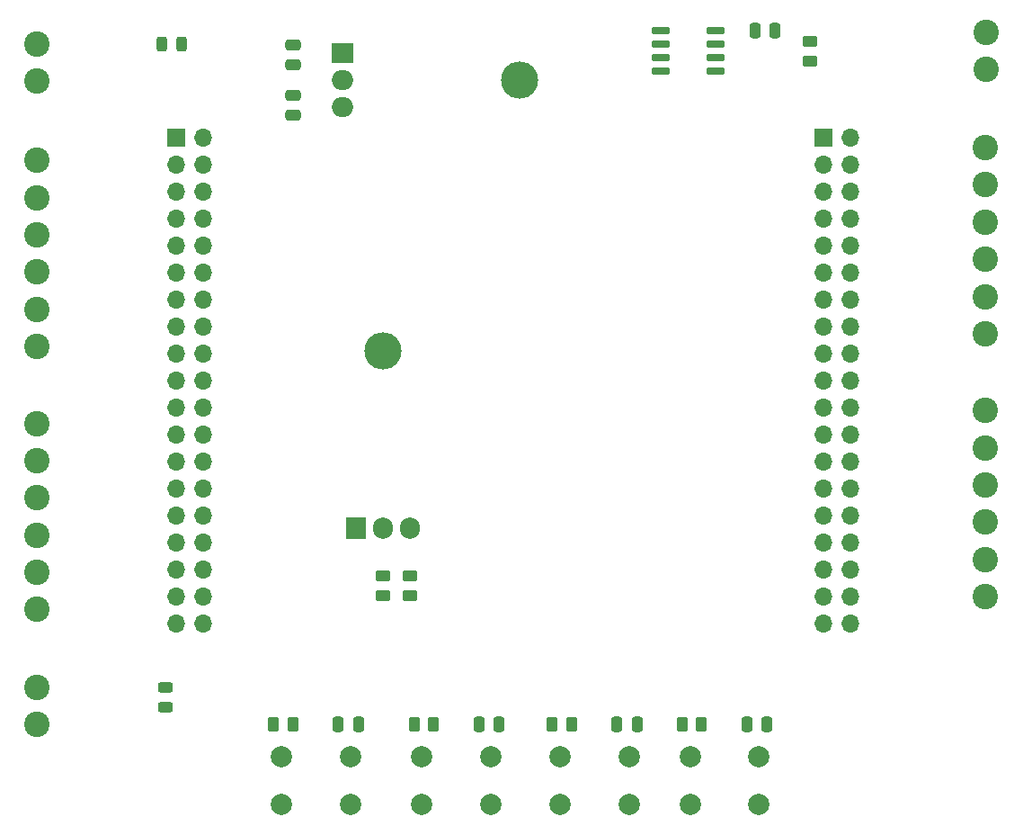
<source format=gbr>
%TF.GenerationSoftware,KiCad,Pcbnew,8.0.4-8.0.4-0~ubuntu22.04.1*%
%TF.CreationDate,2024-08-22T14:24:41+02:00*%
%TF.ProjectId,PCB_robot_controller,5043425f-726f-4626-9f74-5f636f6e7472,rev?*%
%TF.SameCoordinates,Original*%
%TF.FileFunction,Soldermask,Top*%
%TF.FilePolarity,Negative*%
%FSLAX46Y46*%
G04 Gerber Fmt 4.6, Leading zero omitted, Abs format (unit mm)*
G04 Created by KiCad (PCBNEW 8.0.4-8.0.4-0~ubuntu22.04.1) date 2024-08-22 14:24:41*
%MOMM*%
%LPD*%
G01*
G04 APERTURE LIST*
G04 Aperture macros list*
%AMRoundRect*
0 Rectangle with rounded corners*
0 $1 Rounding radius*
0 $2 $3 $4 $5 $6 $7 $8 $9 X,Y pos of 4 corners*
0 Add a 4 corners polygon primitive as box body*
4,1,4,$2,$3,$4,$5,$6,$7,$8,$9,$2,$3,0*
0 Add four circle primitives for the rounded corners*
1,1,$1+$1,$2,$3*
1,1,$1+$1,$4,$5*
1,1,$1+$1,$6,$7*
1,1,$1+$1,$8,$9*
0 Add four rect primitives between the rounded corners*
20,1,$1+$1,$2,$3,$4,$5,0*
20,1,$1+$1,$4,$5,$6,$7,0*
20,1,$1+$1,$6,$7,$8,$9,0*
20,1,$1+$1,$8,$9,$2,$3,0*%
G04 Aperture macros list end*
%ADD10O,3.500000X3.500000*%
%ADD11R,2.000000X1.905000*%
%ADD12O,2.000000X1.905000*%
%ADD13RoundRect,0.250000X-0.475000X0.250000X-0.475000X-0.250000X0.475000X-0.250000X0.475000X0.250000X0*%
%ADD14RoundRect,0.150000X-0.725000X-0.150000X0.725000X-0.150000X0.725000X0.150000X-0.725000X0.150000X0*%
%ADD15C,2.400000*%
%ADD16C,2.000000*%
%ADD17RoundRect,0.250000X0.262500X0.450000X-0.262500X0.450000X-0.262500X-0.450000X0.262500X-0.450000X0*%
%ADD18RoundRect,0.250000X0.450000X-0.262500X0.450000X0.262500X-0.450000X0.262500X-0.450000X-0.262500X0*%
%ADD19R,1.905000X2.000000*%
%ADD20O,1.905000X2.000000*%
%ADD21RoundRect,0.250000X0.250000X0.475000X-0.250000X0.475000X-0.250000X-0.475000X0.250000X-0.475000X0*%
%ADD22RoundRect,0.250000X-0.250000X-0.475000X0.250000X-0.475000X0.250000X0.475000X-0.250000X0.475000X0*%
%ADD23RoundRect,0.243750X0.243750X0.456250X-0.243750X0.456250X-0.243750X-0.456250X0.243750X-0.456250X0*%
%ADD24RoundRect,0.250000X0.475000X-0.250000X0.475000X0.250000X-0.475000X0.250000X-0.475000X-0.250000X0*%
%ADD25RoundRect,0.243750X0.456250X-0.243750X0.456250X0.243750X-0.456250X0.243750X-0.456250X-0.243750X0*%
%ADD26R,1.700000X1.700000*%
%ADD27O,1.700000X1.700000*%
G04 APERTURE END LIST*
D10*
%TO.C,U1*%
X160850000Y-74725000D03*
D11*
X144190000Y-72185000D03*
D12*
X144190000Y-74725000D03*
X144190000Y-77265000D03*
%TD*%
D13*
%TO.C,C2*%
X139520000Y-71350000D03*
X139520000Y-73250000D03*
%TD*%
D14*
%TO.C,U2*%
X174195000Y-70045000D03*
X174195000Y-71315000D03*
X174195000Y-72585000D03*
X174195000Y-73855000D03*
X179345000Y-73855000D03*
X179345000Y-72585000D03*
X179345000Y-71315000D03*
X179345000Y-70045000D03*
%TD*%
D15*
%TO.C,POWER*%
X115420000Y-71300000D03*
X115420000Y-74800000D03*
%TD*%
D16*
%TO.C,SW4*%
X183420000Y-142850000D03*
X176920000Y-142850000D03*
X183420000Y-138350000D03*
X176920000Y-138350000D03*
%TD*%
D17*
%TO.C,R4*%
X152745000Y-135350000D03*
X150920000Y-135350000D03*
%TD*%
%TO.C,R6*%
X177995000Y-135350000D03*
X176170000Y-135350000D03*
%TD*%
D15*
%TO.C,COM*%
X204770000Y-73675000D03*
X204770000Y-70175000D03*
%TD*%
%TO.C,MOTOR4*%
X115420000Y-107010000D03*
X115420000Y-110510000D03*
X115420000Y-114010000D03*
X115420000Y-117510000D03*
X115420000Y-121010000D03*
X115420000Y-124510000D03*
%TD*%
D18*
%TO.C,R7*%
X188170000Y-72875000D03*
X188170000Y-71050000D03*
%TD*%
%TO.C,R2*%
X150560000Y-123175000D03*
X150560000Y-121350000D03*
%TD*%
D16*
%TO.C,SW2*%
X158170000Y-142850000D03*
X151670000Y-142850000D03*
X158170000Y-138350000D03*
X151670000Y-138350000D03*
%TD*%
D15*
%TO.C,MOTOR3*%
X115420000Y-82260000D03*
X115420000Y-85760000D03*
X115420000Y-89260000D03*
X115420000Y-92760000D03*
X115420000Y-96260000D03*
X115420000Y-99760000D03*
%TD*%
D10*
%TO.C,Q1*%
X148020000Y-100190000D03*
D19*
X145480000Y-116850000D03*
D20*
X148020000Y-116850000D03*
X150560000Y-116850000D03*
%TD*%
D21*
%TO.C,C7*%
X184170000Y-135350000D03*
X182270000Y-135350000D03*
%TD*%
D15*
%TO.C,MOTOR2*%
X204740000Y-123300000D03*
X204740000Y-119800000D03*
X204740000Y-116300000D03*
X204740000Y-112800000D03*
X204740000Y-109300000D03*
X204740000Y-105800000D03*
%TD*%
D18*
%TO.C,R1*%
X148020000Y-123175000D03*
X148020000Y-121350000D03*
%TD*%
D21*
%TO.C,C6*%
X171920000Y-135350000D03*
X170020000Y-135350000D03*
%TD*%
D15*
%TO.C,MOTOR1*%
X204740000Y-98550000D03*
X204740000Y-95050000D03*
X204740000Y-91550000D03*
X204740000Y-88050000D03*
X204740000Y-84550000D03*
X204740000Y-81050000D03*
%TD*%
D16*
%TO.C,SW1*%
X144920000Y-142850000D03*
X138420000Y-142850000D03*
X144920000Y-138350000D03*
X138420000Y-138350000D03*
%TD*%
%TO.C,SW3*%
X171170000Y-142850000D03*
X164670000Y-142850000D03*
X171170000Y-138350000D03*
X164670000Y-138350000D03*
%TD*%
D17*
%TO.C,R3*%
X139495000Y-135350000D03*
X137670000Y-135350000D03*
%TD*%
D22*
%TO.C,C1*%
X183020000Y-70050000D03*
X184920000Y-70050000D03*
%TD*%
D17*
%TO.C,R5*%
X165745000Y-135350000D03*
X163920000Y-135350000D03*
%TD*%
D23*
%TO.C,D2*%
X129070000Y-71300000D03*
X127195000Y-71300000D03*
%TD*%
D21*
%TO.C,C4*%
X145670000Y-135350000D03*
X143770000Y-135350000D03*
%TD*%
%TO.C,C5*%
X158920000Y-135350000D03*
X157020000Y-135350000D03*
%TD*%
D15*
%TO.C,GRIPPER*%
X115420000Y-131800000D03*
X115420000Y-135300000D03*
%TD*%
D24*
%TO.C,C3*%
X139520000Y-78000000D03*
X139520000Y-76100000D03*
%TD*%
D25*
%TO.C,D1*%
X127470000Y-133687500D03*
X127470000Y-131812500D03*
%TD*%
D26*
%TO.C,J4*%
X189460000Y-80140000D03*
D27*
X192000000Y-80140000D03*
X189460000Y-82680000D03*
X192000000Y-82680000D03*
X189460000Y-85220000D03*
X192000000Y-85220000D03*
X189460000Y-87760000D03*
X192000000Y-87760000D03*
X189460000Y-90300000D03*
X192000000Y-90300000D03*
X189460000Y-92840000D03*
X192000000Y-92840000D03*
X189460000Y-95380000D03*
X192000000Y-95380000D03*
X189460000Y-97920000D03*
X192000000Y-97920000D03*
X189460000Y-100460000D03*
X192000000Y-100460000D03*
X189460000Y-103000000D03*
X192000000Y-103000000D03*
X189460000Y-105540000D03*
X192000000Y-105540000D03*
X189460000Y-108080000D03*
X192000000Y-108080000D03*
X189460000Y-110620000D03*
X192000000Y-110620000D03*
X189460000Y-113160000D03*
X192000000Y-113160000D03*
X189460000Y-115700000D03*
X192000000Y-115700000D03*
X189460000Y-118240000D03*
X192000000Y-118240000D03*
X189460000Y-120780000D03*
X192000000Y-120780000D03*
X189460000Y-123320000D03*
X192000000Y-123320000D03*
X189460000Y-125860000D03*
X192000000Y-125860000D03*
%TD*%
D26*
%TO.C,J3*%
X128500000Y-80140000D03*
D27*
X131040000Y-80140000D03*
X128500000Y-82680000D03*
X131040000Y-82680000D03*
X128500000Y-85220000D03*
X131040000Y-85220000D03*
X128500000Y-87760000D03*
X131040000Y-87760000D03*
X128500000Y-90300000D03*
X131040000Y-90300000D03*
X128500000Y-92840000D03*
X131040000Y-92840000D03*
X128500000Y-95380000D03*
X131040000Y-95380000D03*
X128500000Y-97920000D03*
X131040000Y-97920000D03*
X128500000Y-100460000D03*
X131040000Y-100460000D03*
X128500000Y-103000000D03*
X131040000Y-103000000D03*
X128500000Y-105540000D03*
X131040000Y-105540000D03*
X128500000Y-108080000D03*
X131040000Y-108080000D03*
X128500000Y-110620000D03*
X131040000Y-110620000D03*
X128500000Y-113160000D03*
X131040000Y-113160000D03*
X128500000Y-115700000D03*
X131040000Y-115700000D03*
X128500000Y-118240000D03*
X131040000Y-118240000D03*
X128500000Y-120780000D03*
X131040000Y-120780000D03*
X128500000Y-123320000D03*
X131040000Y-123320000D03*
X128500000Y-125860000D03*
X131040000Y-125860000D03*
%TD*%
M02*

</source>
